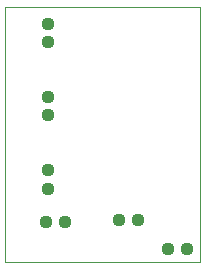
<source format=gbs>
G75*
%MOIN*%
%OFA0B0*%
%FSLAX24Y24*%
%IPPOS*%
%LPD*%
%AMOC8*
5,1,8,0,0,1.08239X$1,22.5*
%
%ADD10C,0.0000*%
%ADD11C,0.0437*%
D10*
X002392Y002517D02*
X002392Y011017D01*
X008892Y011017D01*
X008892Y002517D01*
X002392Y002517D01*
D11*
X003767Y003829D03*
X004392Y003829D03*
X003829Y004954D03*
X003829Y005579D03*
X003829Y007392D03*
X003829Y008017D03*
X003829Y009829D03*
X003829Y010454D03*
X006204Y003892D03*
X006829Y003892D03*
X007829Y002954D03*
X008454Y002954D03*
M02*

</source>
